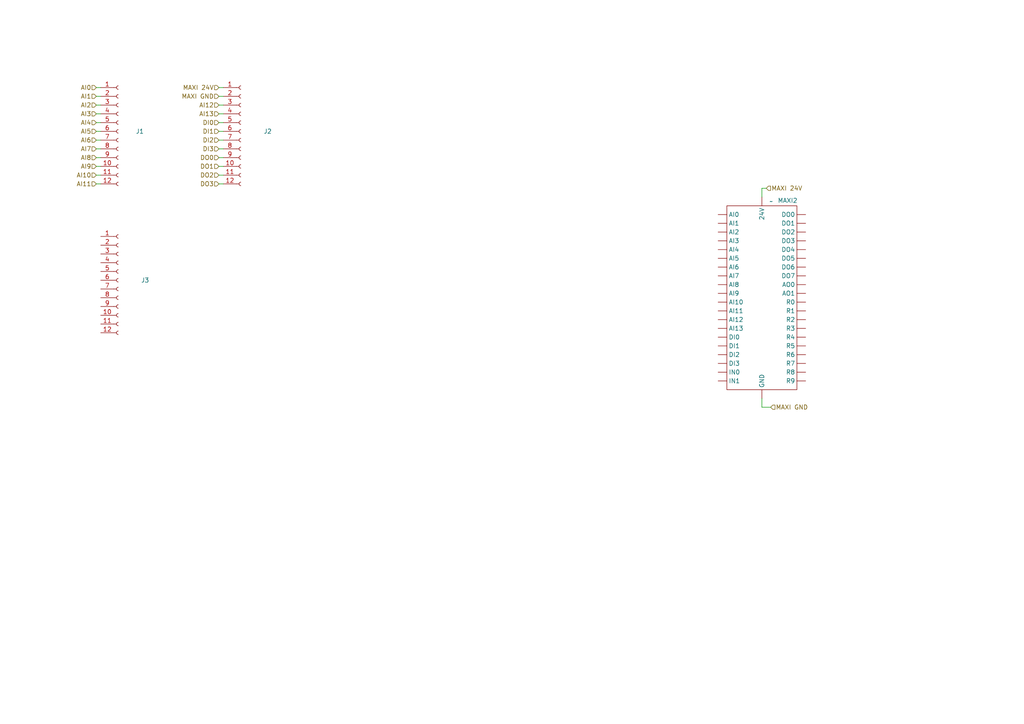
<source format=kicad_sch>
(kicad_sch (version 20250114) (generator "eeschema") (generator_version "9.0")
  (paper "A4")
  (lib_symbols
    (symbol "Connector:Conn_01x12_Socket" (pin_names (offset 1.016) (hide yes))
      (property "Reference" "J" (at 0 15.24 0))
      (property "Value" "Conn_01x12_Socket" (at 0 -17.78 0))
      (symbol "Conn_01x12_Socket_1_1"
        (polyline (pts (xy -1.27 12.7) (xy -0.508 12.7)) (stroke (width 0.1524)))
        (polyline (pts (xy -1.27 10.16) (xy -0.508 10.16)) (stroke (width 0.1524)))
        (polyline (pts (xy -1.27 7.62) (xy -0.508 7.62)) (stroke (width 0.1524)))
        (polyline (pts (xy -1.27 5.08) (xy -0.508 5.08)) (stroke (width 0.1524)))
        (polyline (pts (xy -1.27 2.54) (xy -0.508 2.54)) (stroke (width 0.1524)))
        (polyline (pts (xy -1.27 0) (xy -0.508 0)) (stroke (width 0.1524)))
        (polyline (pts (xy -1.27 -2.54) (xy -0.508 -2.54)) (stroke (width 0.1524)))
        (polyline (pts (xy -1.27 -5.08) (xy -0.508 -5.08)) (stroke (width 0.1524)))
        (polyline (pts (xy -1.27 -7.62) (xy -0.508 -7.62)) (stroke (width 0.1524)))
        (polyline (pts (xy -1.27 -10.16) (xy -0.508 -10.16)) (stroke (width 0.1524)))
        (polyline (pts (xy -1.27 -12.7) (xy -0.508 -12.7)) (stroke (width 0.1524)))
        (polyline (pts (xy -1.27 -15.24) (xy -0.508 -15.24)) (stroke (width 0.1524)))
        (arc (start 0 12.192) (mid -0.5058 12.7) (end 0 13.208) (stroke (width 0.1524)))
        (arc (start 0 9.652) (mid -0.5058 10.16) (end 0 10.668) (stroke (width 0.1524)))
        (arc (start 0 7.112) (mid -0.5058 7.62) (end 0 8.128) (stroke (width 0.1524)))
        (arc (start 0 4.572) (mid -0.5058 5.08) (end 0 5.588) (stroke (width 0.1524)))
        (arc (start 0 2.032) (mid -0.5058 2.54) (end 0 3.048) (stroke (width 0.1524)))
        (arc (start 0 -0.508) (mid -0.5058 0) (end 0 0.508) (stroke (width 0.1524)))
        (arc (start 0 -3.048) (mid -0.5058 -2.54) (end 0 -2.032) (stroke (width 0.1524)))
        (arc (start 0 -5.588) (mid -0.5058 -5.08) (end 0 -4.572) (stroke (width 0.1524)))
        (arc (start 0 -8.128) (mid -0.5058 -7.62) (end 0 -7.112) (stroke (width 0.1524)))
        (arc (start 0 -10.668) (mid -0.5058 -10.16) (end 0 -9.652) (stroke (width 0.1524)))
        (arc (start 0 -13.208) (mid -0.5058 -12.7) (end 0 -12.192) (stroke (width 0.1524)))
        (arc (start 0 -15.748) (mid -0.5058 -15.24) (end 0 -14.732) (stroke (width 0.1524)))
        (pin passive line (at -5.08 12.7 0) (length 3.81) (name "Pin_1") (number "1"))
        (pin passive line (at -5.08 10.16 0) (length 3.81) (name "Pin_2") (number "2"))
        (pin passive line (at -5.08 7.62 0) (length 3.81) (name "Pin_3") (number "3"))
        (pin passive line (at -5.08 5.08 0) (length 3.81) (name "Pin_4") (number "4"))
        (pin passive line (at -5.08 2.54 0) (length 3.81) (name "Pin_5") (number "5"))
        (pin passive line (at -5.08 0 0) (length 3.81) (name "Pin_6") (number "6"))
        (pin passive line (at -5.08 -2.54 0) (length 3.81) (name "Pin_7") (number "7"))
        (pin passive line (at -5.08 -5.08 0) (length 3.81) (name "Pin_8") (number "8"))
        (pin passive line (at -5.08 -7.62 0) (length 3.81) (name "Pin_9") (number "9"))
        (pin passive line (at -5.08 -10.16 0) (length 3.81) (name "Pin_10") (number "10"))
        (pin passive line (at -5.08 -12.7 0) (length 3.81) (name "Pin_11") (number "11"))
        (pin passive line (at -5.08 -15.24 0) (length 3.81) (name "Pin_12") (number "12"))
      )
    )
    (symbol "SymbolLibrary:Controllino_MAXI"
      (property "Reference" "MAXI" (at -8.382 11.43 0))
      (symbol "Controllino_MAXI_0_1"
        (rectangle (start -10.16 10.16) (end 10.16 -43.18))
      )
      (symbol "Controllino_MAXI_1_1"
        (pin input line (at -12.7 7.62 0) (length 2.54) (name "AI0") (number ""))
        (pin input line (at -12.7 5.08 0) (length 2.54) (name "AI1") (number ""))
        (pin input line (at -12.7 2.54 0) (length 2.54) (name "AI2") (number ""))
        (pin input line (at -12.7 0 0) (length 2.54) (name "AI3") (number ""))
        (pin input line (at -12.7 -2.54 0) (length 2.54) (name "AI4") (number ""))
        (pin input line (at -12.7 -5.08 0) (length 2.54) (name "AI5") (number ""))
        (pin input line (at -12.7 -7.62 0) (length 2.54) (name "AI6") (number ""))
        (pin input line (at -12.7 -10.16 0) (length 2.54) (name "AI7") (number ""))
        (pin input line (at -12.7 -12.7 0) (length 2.54) (name "AI8") (number ""))
        (pin input line (at -12.7 -15.24 0) (length 2.54) (name "AI9") (number ""))
        (pin input line (at -12.7 -17.78 0) (length 2.54) (name "AI10") (number ""))
        (pin input line (at -12.7 -20.32 0) (length 2.54) (name "AI11") (number ""))
        (pin input line (at -12.7 -22.86 0) (length 2.54) (name "AI12") (number ""))
        (pin input line (at -12.7 -25.4 0) (length 2.54) (name "AI13") (number ""))
        (pin input line (at -12.7 -27.94 0) (length 2.54) (name "DI0") (number ""))
        (pin input line (at -12.7 -30.48 0) (length 2.54) (name "DI1") (number ""))
        (pin input line (at -12.7 -33.02 0) (length 2.54) (name "DI2") (number ""))
        (pin input line (at -12.7 -35.56 0) (length 2.54) (name "DI3") (number ""))
        (pin input line (at -12.7 -38.1 0) (length 2.54) (name "IN0") (number ""))
        (pin input line (at -12.7 -40.64 0) (length 2.54) (name "IN1") (number ""))
        (pin power_in line (at 0 12.7 270) (length 2.54) (name "24V") (number ""))
        (pin power_in line (at 0 -45.72 90) (length 2.54) (name "GND") (number ""))
        (pin output line (at 12.7 7.62 180) (length 2.54) (name "DO0") (number ""))
        (pin output line (at 12.7 5.08 180) (length 2.54) (name "DO1") (number ""))
        (pin output line (at 12.7 2.54 180) (length 2.54) (name "DO2") (number ""))
        (pin output line (at 12.7 0 180) (length 2.54) (name "DO3") (number ""))
        (pin output line (at 12.7 -2.54 180) (length 2.54) (name "DO4") (number ""))
        (pin output line (at 12.7 -5.08 180) (length 2.54) (name "DO5") (number ""))
        (pin output line (at 12.7 -7.62 180) (length 2.54) (name "DO6") (number ""))
        (pin output line (at 12.7 -10.16 180) (length 2.54) (name "DO7") (number ""))
        (pin output line (at 12.7 -12.7 180) (length 2.54) (name "AO0") (number ""))
        (pin output line (at 12.7 -15.24 180) (length 2.54) (name "AO1") (number ""))
        (pin power_out line (at 12.7 -17.78 180) (length 2.54) (name "R0") (number ""))
        (pin power_out line (at 12.7 -20.32 180) (length 2.54) (name "R1") (number ""))
        (pin power_out line (at 12.7 -22.86 180) (length 2.54) (name "R2") (number ""))
        (pin power_out line (at 12.7 -25.4 180) (length 2.54) (name "R3") (number ""))
        (pin power_out line (at 12.7 -27.94 180) (length 2.54) (name "R4") (number ""))
        (pin power_out line (at 12.7 -30.48 180) (length 2.54) (name "R5") (number ""))
        (pin power_out line (at 12.7 -33.02 180) (length 2.54) (name "R6") (number ""))
        (pin power_out line (at 12.7 -35.56 180) (length 2.54) (name "R7") (number ""))
        (pin power_out line (at 12.7 -38.1 180) (length 2.54) (name "R8") (number ""))
        (pin power_out line (at 12.7 -40.64 180) (length 2.54) (name "R9") (number ""))
      )
    )
  )
  (wire (pts (xy 27.94 38.1) (xy 29.21 38.1)))
  (wire (pts (xy 63.5 33.02) (xy 64.77 33.02)))
  (wire (pts (xy 63.5 30.48) (xy 64.77 30.48)))
  (wire (pts (xy 27.94 43.18) (xy 29.21 43.18)))
  (wire (pts (xy 27.94 25.4) (xy 29.21 25.4)))
  (wire (pts (xy 27.94 35.56) (xy 29.21 35.56)))
  (wire (pts (xy 222.25 54.61) (xy 220.98 54.61)))
  (wire (pts (xy 63.5 45.72) (xy 64.77 45.72)))
  (wire (pts (xy 27.94 30.48) (xy 29.21 30.48)))
  (wire (pts (xy 220.98 54.61) (xy 220.98 57.15)))
  (wire (pts (xy 63.5 38.1) (xy 64.77 38.1)))
  (wire (pts (xy 63.5 35.56) (xy 64.77 35.56)))
  (wire (pts (xy 220.98 118.11) (xy 223.52 118.11)))
  (wire (pts (xy 63.5 40.64) (xy 64.77 40.64)))
  (wire (pts (xy 63.5 48.26) (xy 64.77 48.26)))
  (wire (pts (xy 27.94 50.8) (xy 29.21 50.8)))
  (wire (pts (xy 27.94 27.94) (xy 29.21 27.94)))
  (wire (pts (xy 63.5 53.34) (xy 64.77 53.34)))
  (wire (pts (xy 63.5 25.4) (xy 64.77 25.4)))
  (wire (pts (xy 63.5 27.94) (xy 64.77 27.94)))
  (wire (pts (xy 220.98 115.57) (xy 220.98 118.11)))
  (wire (pts (xy 27.94 45.72) (xy 29.21 45.72)))
  (wire (pts (xy 27.94 33.02) (xy 29.21 33.02)))
  (wire (pts (xy 27.94 40.64) (xy 29.21 40.64)))
  (wire (pts (xy 63.5 43.18) (xy 64.77 43.18)))
  (wire (pts (xy 27.94 53.34) (xy 29.21 53.34)))
  (wire (pts (xy 63.5 50.8) (xy 64.77 50.8)))
  (wire (pts (xy 27.94 48.26) (xy 29.21 48.26)))
  (hierarchical_label "MAXI GND" (shape input) (at 63.5 27.94 180))
  (hierarchical_label "AI12" (shape input) (at 63.5 30.48 180))
  (hierarchical_label "DO3" (shape input) (at 63.5 53.34 180))
  (hierarchical_label "AI6" (shape input) (at 27.94 40.64 180))
  (hierarchical_label "AI1" (shape input) (at 27.94 27.94 180))
  (hierarchical_label "AI13" (shape input) (at 63.5 33.02 180))
  (hierarchical_label "DI3" (shape input) (at 63.5 43.18 180))
  (hierarchical_label "DO2" (shape input) (at 63.5 50.8 180))
  (hierarchical_label "AI10" (shape input) (at 27.94 50.8 180))
  (hierarchical_label "AI9" (shape input) (at 27.94 48.26 180))
  (hierarchical_label "AI2" (shape input) (at 27.94 30.48 180))
  (hierarchical_label "AI0" (shape input) (at 27.94 25.4 180))
  (hierarchical_label "AI5" (shape input) (at 27.94 38.1 180))
  (hierarchical_label "DO1" (shape input) (at 63.5 48.26 180))
  (hierarchical_label "DI2" (shape input) (at 63.5 40.64 180))
  (hierarchical_label "AI3" (shape input) (at 27.94 33.02 180))
  (hierarchical_label "DO0" (shape input) (at 63.5 45.72 180))
  (hierarchical_label "AI7" (shape input) (at 27.94 43.18 180))
  (hierarchical_label "DI0" (shape input) (at 63.5 35.56 180))
  (hierarchical_label "AI11" (shape input) (at 27.94 53.34 180))
  (hierarchical_label "MAXI GND" (shape input) (at 223.52 118.11 0))
  (hierarchical_label "AI8" (shape input) (at 27.94 45.72 180))
  (hierarchical_label "AI4" (shape input) (at 27.94 35.56 180))
  (hierarchical_label "MAXI 24V" (shape input) (at 222.25 54.61 0))
  (hierarchical_label "MAXI 24V" (shape input) (at 63.5 25.4 180))
  (hierarchical_label "DI1" (shape input) (at 63.5 38.1 180))
  (symbol (lib_id "Connector:Conn_01x12_Socket") (at 34.29 81.28 0) (unit 1)
    (property "Reference" "J3" (at 40.894 81.28 0) (effects (justify left)))
    (property "Value" "Conn_01x12_Socket" (effects (hide yes)))
    (property "Footprint" "PartsLibrary:CONN_37212-62M3-003PL_3MM" (effects (hide yes)))
    (property "Description" "Generic connector, single row, 01x12, script generated" (effects (hide yes)))
  )
  (symbol (lib_id "Connector:Conn_01x12_Socket") (at 69.85 38.1 0) (unit 1)
    (property "Reference" "J2" (at 76.454 38.1 0) (effects (justify left)))
    (property "Value" "Conn_01x12_Socket" (effects (hide yes)))
    (property "Footprint" "PartsLibrary:CONN_37212-62M3-003PL_3MM" (effects (hide yes)))
    (property "Description" "Generic connector, single row, 01x12, script generated" (effects (hide yes)))
  )
  (symbol (lib_id "SymbolLibrary:Controllino_MAXI") (at 220.98 69.85 0) (unit 1) (on_board no)
    (property "Reference" "MAXI2" (at 225.552 58.166 0) (effects (justify left)))
    (property "Value" "~" (at 223.1233 58.42 0) (effects (justify left)))
  )
  (symbol (lib_id "Connector:Conn_01x12_Socket") (at 34.29 38.1 0) (unit 1)
    (property "Reference" "J1" (at 39.37 38.1 0) (effects (justify left)))
    (property "Value" "Conn_01x12_Socket" (effects (hide yes)))
    (property "Footprint" "PartsLibrary:CONN_37212-62M3-003PL_3MM" (effects (hide yes)))
    (property "Description" "Generic connector, single row, 01x12, script generated" (effects (hide yes)))
  )
)
</source>
